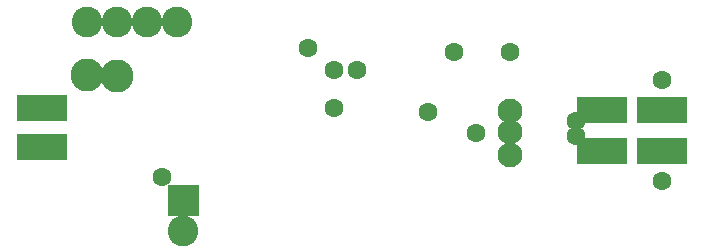
<source format=gbr>
%FSLAX34Y34*%
%MOMM*%
%LNSOLDERMASK_BOTTOM*%
G71*
G01*
%ADD10C, 2.80*%
%ADD11R, 4.20X2.20*%
%ADD12C, 2.10*%
%ADD13C, 1.60*%
%ADD14C, 2.60*%
%ADD15C, 2.60*%
%LPD*%
X57155Y107161D02*
G54D10*
D03*
X82555Y106368D02*
G54D10*
D03*
X19050Y79375D02*
G54D11*
D03*
X19050Y46275D02*
G54D11*
D03*
X415925Y76999D02*
G54D12*
D03*
X415925Y58742D02*
G54D12*
D03*
X415925Y39692D02*
G54D12*
D03*
X266705Y79375D02*
G54D13*
D03*
X368305Y127000D02*
G54D13*
D03*
X415930Y127000D02*
G54D13*
D03*
X346080Y76200D02*
G54D13*
D03*
X285755Y111125D02*
G54D13*
D03*
X57168Y152382D02*
G54D14*
D03*
X82568Y152382D02*
G54D14*
D03*
X107968Y152382D02*
G54D14*
D03*
X133368Y152382D02*
G54D14*
D03*
X244480Y130175D02*
G54D13*
D03*
X266705Y111125D02*
G54D13*
D03*
G36*
X151924Y-12224D02*
X125924Y-12224D01*
X125924Y13776D01*
X151924Y13776D01*
X151924Y-12224D01*
G37*
X138924Y-24624D02*
G54D15*
D03*
X493950Y77488D02*
G54D11*
D03*
X544750Y42562D02*
G54D11*
D03*
X493950Y42562D02*
G54D11*
D03*
X544750Y77488D02*
G54D11*
D03*
X544755Y17162D02*
G54D13*
D03*
X544755Y102888D02*
G54D13*
D03*
X471730Y67962D02*
G54D13*
D03*
X471730Y55262D02*
G54D13*
D03*
X120755Y21125D02*
G54D13*
D03*
X386549Y57712D02*
G54D13*
D03*
M02*

</source>
